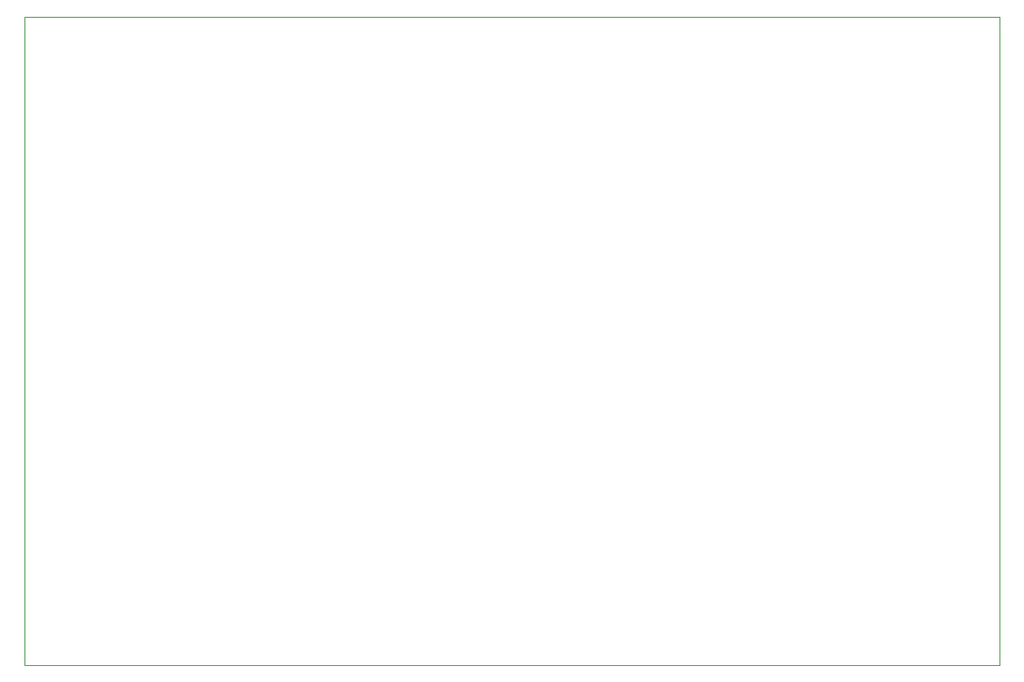
<source format=gbr>
%TF.GenerationSoftware,KiCad,Pcbnew,9.0.3*%
%TF.CreationDate,2026-01-25T12:41:43-05:00*%
%TF.ProjectId,hackclub_macropad,6861636b-636c-4756-925f-6d6163726f70,rev?*%
%TF.SameCoordinates,Original*%
%TF.FileFunction,Profile,NP*%
%FSLAX46Y46*%
G04 Gerber Fmt 4.6, Leading zero omitted, Abs format (unit mm)*
G04 Created by KiCad (PCBNEW 9.0.3) date 2026-01-25 12:41:43*
%MOMM*%
%LPD*%
G01*
G04 APERTURE LIST*
%TA.AperFunction,Profile*%
%ADD10C,0.050000*%
%TD*%
G04 APERTURE END LIST*
D10*
X83550000Y-35350000D02*
X181350000Y-35350000D01*
X181350000Y-100450000D01*
X83550000Y-100450000D01*
X83550000Y-35350000D01*
M02*

</source>
